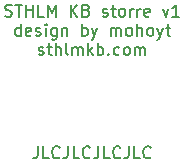
<source format=gto>
G04 #@! TF.GenerationSoftware,KiCad,Pcbnew,7.0.2-0*
G04 #@! TF.CreationDate,2023-09-13T20:40:25+02:00*
G04 #@! TF.ProjectId,storre_base,73746f72-7265-45f6-9261-73652e6b6963,rev?*
G04 #@! TF.SameCoordinates,Original*
G04 #@! TF.FileFunction,Legend,Top*
G04 #@! TF.FilePolarity,Positive*
%FSLAX46Y46*%
G04 Gerber Fmt 4.6, Leading zero omitted, Abs format (unit mm)*
G04 Created by KiCad (PCBNEW 7.0.2-0) date 2023-09-13 20:40:25*
%MOMM*%
%LPD*%
G01*
G04 APERTURE LIST*
%ADD10C,0.150000*%
%ADD11C,2.200000*%
G04 APERTURE END LIST*
D10*
X203093451Y-162632219D02*
X203093451Y-163346504D01*
X203093451Y-163346504D02*
X203045832Y-163489361D01*
X203045832Y-163489361D02*
X202950594Y-163584600D01*
X202950594Y-163584600D02*
X202807737Y-163632219D01*
X202807737Y-163632219D02*
X202712499Y-163632219D01*
X204045832Y-163632219D02*
X203569642Y-163632219D01*
X203569642Y-163632219D02*
X203569642Y-162632219D01*
X204950594Y-163536980D02*
X204902975Y-163584600D01*
X204902975Y-163584600D02*
X204760118Y-163632219D01*
X204760118Y-163632219D02*
X204664880Y-163632219D01*
X204664880Y-163632219D02*
X204522023Y-163584600D01*
X204522023Y-163584600D02*
X204426785Y-163489361D01*
X204426785Y-163489361D02*
X204379166Y-163394123D01*
X204379166Y-163394123D02*
X204331547Y-163203647D01*
X204331547Y-163203647D02*
X204331547Y-163060790D01*
X204331547Y-163060790D02*
X204379166Y-162870314D01*
X204379166Y-162870314D02*
X204426785Y-162775076D01*
X204426785Y-162775076D02*
X204522023Y-162679838D01*
X204522023Y-162679838D02*
X204664880Y-162632219D01*
X204664880Y-162632219D02*
X204760118Y-162632219D01*
X204760118Y-162632219D02*
X204902975Y-162679838D01*
X204902975Y-162679838D02*
X204950594Y-162727457D01*
X205664880Y-162632219D02*
X205664880Y-163346504D01*
X205664880Y-163346504D02*
X205617261Y-163489361D01*
X205617261Y-163489361D02*
X205522023Y-163584600D01*
X205522023Y-163584600D02*
X205379166Y-163632219D01*
X205379166Y-163632219D02*
X205283928Y-163632219D01*
X206617261Y-163632219D02*
X206141071Y-163632219D01*
X206141071Y-163632219D02*
X206141071Y-162632219D01*
X207522023Y-163536980D02*
X207474404Y-163584600D01*
X207474404Y-163584600D02*
X207331547Y-163632219D01*
X207331547Y-163632219D02*
X207236309Y-163632219D01*
X207236309Y-163632219D02*
X207093452Y-163584600D01*
X207093452Y-163584600D02*
X206998214Y-163489361D01*
X206998214Y-163489361D02*
X206950595Y-163394123D01*
X206950595Y-163394123D02*
X206902976Y-163203647D01*
X206902976Y-163203647D02*
X206902976Y-163060790D01*
X206902976Y-163060790D02*
X206950595Y-162870314D01*
X206950595Y-162870314D02*
X206998214Y-162775076D01*
X206998214Y-162775076D02*
X207093452Y-162679838D01*
X207093452Y-162679838D02*
X207236309Y-162632219D01*
X207236309Y-162632219D02*
X207331547Y-162632219D01*
X207331547Y-162632219D02*
X207474404Y-162679838D01*
X207474404Y-162679838D02*
X207522023Y-162727457D01*
X208236309Y-162632219D02*
X208236309Y-163346504D01*
X208236309Y-163346504D02*
X208188690Y-163489361D01*
X208188690Y-163489361D02*
X208093452Y-163584600D01*
X208093452Y-163584600D02*
X207950595Y-163632219D01*
X207950595Y-163632219D02*
X207855357Y-163632219D01*
X209188690Y-163632219D02*
X208712500Y-163632219D01*
X208712500Y-163632219D02*
X208712500Y-162632219D01*
X210093452Y-163536980D02*
X210045833Y-163584600D01*
X210045833Y-163584600D02*
X209902976Y-163632219D01*
X209902976Y-163632219D02*
X209807738Y-163632219D01*
X209807738Y-163632219D02*
X209664881Y-163584600D01*
X209664881Y-163584600D02*
X209569643Y-163489361D01*
X209569643Y-163489361D02*
X209522024Y-163394123D01*
X209522024Y-163394123D02*
X209474405Y-163203647D01*
X209474405Y-163203647D02*
X209474405Y-163060790D01*
X209474405Y-163060790D02*
X209522024Y-162870314D01*
X209522024Y-162870314D02*
X209569643Y-162775076D01*
X209569643Y-162775076D02*
X209664881Y-162679838D01*
X209664881Y-162679838D02*
X209807738Y-162632219D01*
X209807738Y-162632219D02*
X209902976Y-162632219D01*
X209902976Y-162632219D02*
X210045833Y-162679838D01*
X210045833Y-162679838D02*
X210093452Y-162727457D01*
X210807738Y-162632219D02*
X210807738Y-163346504D01*
X210807738Y-163346504D02*
X210760119Y-163489361D01*
X210760119Y-163489361D02*
X210664881Y-163584600D01*
X210664881Y-163584600D02*
X210522024Y-163632219D01*
X210522024Y-163632219D02*
X210426786Y-163632219D01*
X211760119Y-163632219D02*
X211283929Y-163632219D01*
X211283929Y-163632219D02*
X211283929Y-162632219D01*
X212664881Y-163536980D02*
X212617262Y-163584600D01*
X212617262Y-163584600D02*
X212474405Y-163632219D01*
X212474405Y-163632219D02*
X212379167Y-163632219D01*
X212379167Y-163632219D02*
X212236310Y-163584600D01*
X212236310Y-163584600D02*
X212141072Y-163489361D01*
X212141072Y-163489361D02*
X212093453Y-163394123D01*
X212093453Y-163394123D02*
X212045834Y-163203647D01*
X212045834Y-163203647D02*
X212045834Y-163060790D01*
X212045834Y-163060790D02*
X212093453Y-162870314D01*
X212093453Y-162870314D02*
X212141072Y-162775076D01*
X212141072Y-162775076D02*
X212236310Y-162679838D01*
X212236310Y-162679838D02*
X212379167Y-162632219D01*
X212379167Y-162632219D02*
X212474405Y-162632219D01*
X212474405Y-162632219D02*
X212617262Y-162679838D01*
X212617262Y-162679838D02*
X212664881Y-162727457D01*
X200355356Y-151595000D02*
X200498213Y-151642619D01*
X200498213Y-151642619D02*
X200736308Y-151642619D01*
X200736308Y-151642619D02*
X200831546Y-151595000D01*
X200831546Y-151595000D02*
X200879165Y-151547380D01*
X200879165Y-151547380D02*
X200926784Y-151452142D01*
X200926784Y-151452142D02*
X200926784Y-151356904D01*
X200926784Y-151356904D02*
X200879165Y-151261666D01*
X200879165Y-151261666D02*
X200831546Y-151214047D01*
X200831546Y-151214047D02*
X200736308Y-151166428D01*
X200736308Y-151166428D02*
X200545832Y-151118809D01*
X200545832Y-151118809D02*
X200450594Y-151071190D01*
X200450594Y-151071190D02*
X200402975Y-151023571D01*
X200402975Y-151023571D02*
X200355356Y-150928333D01*
X200355356Y-150928333D02*
X200355356Y-150833095D01*
X200355356Y-150833095D02*
X200402975Y-150737857D01*
X200402975Y-150737857D02*
X200450594Y-150690238D01*
X200450594Y-150690238D02*
X200545832Y-150642619D01*
X200545832Y-150642619D02*
X200783927Y-150642619D01*
X200783927Y-150642619D02*
X200926784Y-150690238D01*
X201212499Y-150642619D02*
X201783927Y-150642619D01*
X201498213Y-151642619D02*
X201498213Y-150642619D01*
X202117261Y-151642619D02*
X202117261Y-150642619D01*
X202117261Y-151118809D02*
X202688689Y-151118809D01*
X202688689Y-151642619D02*
X202688689Y-150642619D01*
X203641070Y-151642619D02*
X203164880Y-151642619D01*
X203164880Y-151642619D02*
X203164880Y-150642619D01*
X203974404Y-151642619D02*
X203974404Y-150642619D01*
X203974404Y-150642619D02*
X204307737Y-151356904D01*
X204307737Y-151356904D02*
X204641070Y-150642619D01*
X204641070Y-150642619D02*
X204641070Y-151642619D01*
X205879166Y-151642619D02*
X205879166Y-150642619D01*
X206450594Y-151642619D02*
X206022023Y-151071190D01*
X206450594Y-150642619D02*
X205879166Y-151214047D01*
X207212499Y-151118809D02*
X207355356Y-151166428D01*
X207355356Y-151166428D02*
X207402975Y-151214047D01*
X207402975Y-151214047D02*
X207450594Y-151309285D01*
X207450594Y-151309285D02*
X207450594Y-151452142D01*
X207450594Y-151452142D02*
X207402975Y-151547380D01*
X207402975Y-151547380D02*
X207355356Y-151595000D01*
X207355356Y-151595000D02*
X207260118Y-151642619D01*
X207260118Y-151642619D02*
X206879166Y-151642619D01*
X206879166Y-151642619D02*
X206879166Y-150642619D01*
X206879166Y-150642619D02*
X207212499Y-150642619D01*
X207212499Y-150642619D02*
X207307737Y-150690238D01*
X207307737Y-150690238D02*
X207355356Y-150737857D01*
X207355356Y-150737857D02*
X207402975Y-150833095D01*
X207402975Y-150833095D02*
X207402975Y-150928333D01*
X207402975Y-150928333D02*
X207355356Y-151023571D01*
X207355356Y-151023571D02*
X207307737Y-151071190D01*
X207307737Y-151071190D02*
X207212499Y-151118809D01*
X207212499Y-151118809D02*
X206879166Y-151118809D01*
X208593452Y-151595000D02*
X208688690Y-151642619D01*
X208688690Y-151642619D02*
X208879166Y-151642619D01*
X208879166Y-151642619D02*
X208974404Y-151595000D01*
X208974404Y-151595000D02*
X209022023Y-151499761D01*
X209022023Y-151499761D02*
X209022023Y-151452142D01*
X209022023Y-151452142D02*
X208974404Y-151356904D01*
X208974404Y-151356904D02*
X208879166Y-151309285D01*
X208879166Y-151309285D02*
X208736309Y-151309285D01*
X208736309Y-151309285D02*
X208641071Y-151261666D01*
X208641071Y-151261666D02*
X208593452Y-151166428D01*
X208593452Y-151166428D02*
X208593452Y-151118809D01*
X208593452Y-151118809D02*
X208641071Y-151023571D01*
X208641071Y-151023571D02*
X208736309Y-150975952D01*
X208736309Y-150975952D02*
X208879166Y-150975952D01*
X208879166Y-150975952D02*
X208974404Y-151023571D01*
X209307738Y-150975952D02*
X209688690Y-150975952D01*
X209450595Y-150642619D02*
X209450595Y-151499761D01*
X209450595Y-151499761D02*
X209498214Y-151595000D01*
X209498214Y-151595000D02*
X209593452Y-151642619D01*
X209593452Y-151642619D02*
X209688690Y-151642619D01*
X210164881Y-151642619D02*
X210069643Y-151595000D01*
X210069643Y-151595000D02*
X210022024Y-151547380D01*
X210022024Y-151547380D02*
X209974405Y-151452142D01*
X209974405Y-151452142D02*
X209974405Y-151166428D01*
X209974405Y-151166428D02*
X210022024Y-151071190D01*
X210022024Y-151071190D02*
X210069643Y-151023571D01*
X210069643Y-151023571D02*
X210164881Y-150975952D01*
X210164881Y-150975952D02*
X210307738Y-150975952D01*
X210307738Y-150975952D02*
X210402976Y-151023571D01*
X210402976Y-151023571D02*
X210450595Y-151071190D01*
X210450595Y-151071190D02*
X210498214Y-151166428D01*
X210498214Y-151166428D02*
X210498214Y-151452142D01*
X210498214Y-151452142D02*
X210450595Y-151547380D01*
X210450595Y-151547380D02*
X210402976Y-151595000D01*
X210402976Y-151595000D02*
X210307738Y-151642619D01*
X210307738Y-151642619D02*
X210164881Y-151642619D01*
X210926786Y-151642619D02*
X210926786Y-150975952D01*
X210926786Y-151166428D02*
X210974405Y-151071190D01*
X210974405Y-151071190D02*
X211022024Y-151023571D01*
X211022024Y-151023571D02*
X211117262Y-150975952D01*
X211117262Y-150975952D02*
X211212500Y-150975952D01*
X211545834Y-151642619D02*
X211545834Y-150975952D01*
X211545834Y-151166428D02*
X211593453Y-151071190D01*
X211593453Y-151071190D02*
X211641072Y-151023571D01*
X211641072Y-151023571D02*
X211736310Y-150975952D01*
X211736310Y-150975952D02*
X211831548Y-150975952D01*
X212545834Y-151595000D02*
X212450596Y-151642619D01*
X212450596Y-151642619D02*
X212260120Y-151642619D01*
X212260120Y-151642619D02*
X212164882Y-151595000D01*
X212164882Y-151595000D02*
X212117263Y-151499761D01*
X212117263Y-151499761D02*
X212117263Y-151118809D01*
X212117263Y-151118809D02*
X212164882Y-151023571D01*
X212164882Y-151023571D02*
X212260120Y-150975952D01*
X212260120Y-150975952D02*
X212450596Y-150975952D01*
X212450596Y-150975952D02*
X212545834Y-151023571D01*
X212545834Y-151023571D02*
X212593453Y-151118809D01*
X212593453Y-151118809D02*
X212593453Y-151214047D01*
X212593453Y-151214047D02*
X212117263Y-151309285D01*
X213688692Y-150975952D02*
X213926787Y-151642619D01*
X213926787Y-151642619D02*
X214164882Y-150975952D01*
X215069644Y-151642619D02*
X214498216Y-151642619D01*
X214783930Y-151642619D02*
X214783930Y-150642619D01*
X214783930Y-150642619D02*
X214688692Y-150785476D01*
X214688692Y-150785476D02*
X214593454Y-150880714D01*
X214593454Y-150880714D02*
X214498216Y-150928333D01*
X201664880Y-153262619D02*
X201664880Y-152262619D01*
X201664880Y-153215000D02*
X201569642Y-153262619D01*
X201569642Y-153262619D02*
X201379166Y-153262619D01*
X201379166Y-153262619D02*
X201283928Y-153215000D01*
X201283928Y-153215000D02*
X201236309Y-153167380D01*
X201236309Y-153167380D02*
X201188690Y-153072142D01*
X201188690Y-153072142D02*
X201188690Y-152786428D01*
X201188690Y-152786428D02*
X201236309Y-152691190D01*
X201236309Y-152691190D02*
X201283928Y-152643571D01*
X201283928Y-152643571D02*
X201379166Y-152595952D01*
X201379166Y-152595952D02*
X201569642Y-152595952D01*
X201569642Y-152595952D02*
X201664880Y-152643571D01*
X202522023Y-153215000D02*
X202426785Y-153262619D01*
X202426785Y-153262619D02*
X202236309Y-153262619D01*
X202236309Y-153262619D02*
X202141071Y-153215000D01*
X202141071Y-153215000D02*
X202093452Y-153119761D01*
X202093452Y-153119761D02*
X202093452Y-152738809D01*
X202093452Y-152738809D02*
X202141071Y-152643571D01*
X202141071Y-152643571D02*
X202236309Y-152595952D01*
X202236309Y-152595952D02*
X202426785Y-152595952D01*
X202426785Y-152595952D02*
X202522023Y-152643571D01*
X202522023Y-152643571D02*
X202569642Y-152738809D01*
X202569642Y-152738809D02*
X202569642Y-152834047D01*
X202569642Y-152834047D02*
X202093452Y-152929285D01*
X202950595Y-153215000D02*
X203045833Y-153262619D01*
X203045833Y-153262619D02*
X203236309Y-153262619D01*
X203236309Y-153262619D02*
X203331547Y-153215000D01*
X203331547Y-153215000D02*
X203379166Y-153119761D01*
X203379166Y-153119761D02*
X203379166Y-153072142D01*
X203379166Y-153072142D02*
X203331547Y-152976904D01*
X203331547Y-152976904D02*
X203236309Y-152929285D01*
X203236309Y-152929285D02*
X203093452Y-152929285D01*
X203093452Y-152929285D02*
X202998214Y-152881666D01*
X202998214Y-152881666D02*
X202950595Y-152786428D01*
X202950595Y-152786428D02*
X202950595Y-152738809D01*
X202950595Y-152738809D02*
X202998214Y-152643571D01*
X202998214Y-152643571D02*
X203093452Y-152595952D01*
X203093452Y-152595952D02*
X203236309Y-152595952D01*
X203236309Y-152595952D02*
X203331547Y-152643571D01*
X203807738Y-153262619D02*
X203807738Y-152595952D01*
X203807738Y-152262619D02*
X203760119Y-152310238D01*
X203760119Y-152310238D02*
X203807738Y-152357857D01*
X203807738Y-152357857D02*
X203855357Y-152310238D01*
X203855357Y-152310238D02*
X203807738Y-152262619D01*
X203807738Y-152262619D02*
X203807738Y-152357857D01*
X204712499Y-152595952D02*
X204712499Y-153405476D01*
X204712499Y-153405476D02*
X204664880Y-153500714D01*
X204664880Y-153500714D02*
X204617261Y-153548333D01*
X204617261Y-153548333D02*
X204522023Y-153595952D01*
X204522023Y-153595952D02*
X204379166Y-153595952D01*
X204379166Y-153595952D02*
X204283928Y-153548333D01*
X204712499Y-153215000D02*
X204617261Y-153262619D01*
X204617261Y-153262619D02*
X204426785Y-153262619D01*
X204426785Y-153262619D02*
X204331547Y-153215000D01*
X204331547Y-153215000D02*
X204283928Y-153167380D01*
X204283928Y-153167380D02*
X204236309Y-153072142D01*
X204236309Y-153072142D02*
X204236309Y-152786428D01*
X204236309Y-152786428D02*
X204283928Y-152691190D01*
X204283928Y-152691190D02*
X204331547Y-152643571D01*
X204331547Y-152643571D02*
X204426785Y-152595952D01*
X204426785Y-152595952D02*
X204617261Y-152595952D01*
X204617261Y-152595952D02*
X204712499Y-152643571D01*
X205188690Y-152595952D02*
X205188690Y-153262619D01*
X205188690Y-152691190D02*
X205236309Y-152643571D01*
X205236309Y-152643571D02*
X205331547Y-152595952D01*
X205331547Y-152595952D02*
X205474404Y-152595952D01*
X205474404Y-152595952D02*
X205569642Y-152643571D01*
X205569642Y-152643571D02*
X205617261Y-152738809D01*
X205617261Y-152738809D02*
X205617261Y-153262619D01*
X206855357Y-153262619D02*
X206855357Y-152262619D01*
X206855357Y-152643571D02*
X206950595Y-152595952D01*
X206950595Y-152595952D02*
X207141071Y-152595952D01*
X207141071Y-152595952D02*
X207236309Y-152643571D01*
X207236309Y-152643571D02*
X207283928Y-152691190D01*
X207283928Y-152691190D02*
X207331547Y-152786428D01*
X207331547Y-152786428D02*
X207331547Y-153072142D01*
X207331547Y-153072142D02*
X207283928Y-153167380D01*
X207283928Y-153167380D02*
X207236309Y-153215000D01*
X207236309Y-153215000D02*
X207141071Y-153262619D01*
X207141071Y-153262619D02*
X206950595Y-153262619D01*
X206950595Y-153262619D02*
X206855357Y-153215000D01*
X207664881Y-152595952D02*
X207902976Y-153262619D01*
X208141071Y-152595952D02*
X207902976Y-153262619D01*
X207902976Y-153262619D02*
X207807738Y-153500714D01*
X207807738Y-153500714D02*
X207760119Y-153548333D01*
X207760119Y-153548333D02*
X207664881Y-153595952D01*
X209283929Y-153262619D02*
X209283929Y-152595952D01*
X209283929Y-152691190D02*
X209331548Y-152643571D01*
X209331548Y-152643571D02*
X209426786Y-152595952D01*
X209426786Y-152595952D02*
X209569643Y-152595952D01*
X209569643Y-152595952D02*
X209664881Y-152643571D01*
X209664881Y-152643571D02*
X209712500Y-152738809D01*
X209712500Y-152738809D02*
X209712500Y-153262619D01*
X209712500Y-152738809D02*
X209760119Y-152643571D01*
X209760119Y-152643571D02*
X209855357Y-152595952D01*
X209855357Y-152595952D02*
X209998214Y-152595952D01*
X209998214Y-152595952D02*
X210093453Y-152643571D01*
X210093453Y-152643571D02*
X210141072Y-152738809D01*
X210141072Y-152738809D02*
X210141072Y-153262619D01*
X210760119Y-153262619D02*
X210664881Y-153215000D01*
X210664881Y-153215000D02*
X210617262Y-153167380D01*
X210617262Y-153167380D02*
X210569643Y-153072142D01*
X210569643Y-153072142D02*
X210569643Y-152786428D01*
X210569643Y-152786428D02*
X210617262Y-152691190D01*
X210617262Y-152691190D02*
X210664881Y-152643571D01*
X210664881Y-152643571D02*
X210760119Y-152595952D01*
X210760119Y-152595952D02*
X210902976Y-152595952D01*
X210902976Y-152595952D02*
X210998214Y-152643571D01*
X210998214Y-152643571D02*
X211045833Y-152691190D01*
X211045833Y-152691190D02*
X211093452Y-152786428D01*
X211093452Y-152786428D02*
X211093452Y-153072142D01*
X211093452Y-153072142D02*
X211045833Y-153167380D01*
X211045833Y-153167380D02*
X210998214Y-153215000D01*
X210998214Y-153215000D02*
X210902976Y-153262619D01*
X210902976Y-153262619D02*
X210760119Y-153262619D01*
X211522024Y-153262619D02*
X211522024Y-152262619D01*
X211950595Y-153262619D02*
X211950595Y-152738809D01*
X211950595Y-152738809D02*
X211902976Y-152643571D01*
X211902976Y-152643571D02*
X211807738Y-152595952D01*
X211807738Y-152595952D02*
X211664881Y-152595952D01*
X211664881Y-152595952D02*
X211569643Y-152643571D01*
X211569643Y-152643571D02*
X211522024Y-152691190D01*
X212569643Y-153262619D02*
X212474405Y-153215000D01*
X212474405Y-153215000D02*
X212426786Y-153167380D01*
X212426786Y-153167380D02*
X212379167Y-153072142D01*
X212379167Y-153072142D02*
X212379167Y-152786428D01*
X212379167Y-152786428D02*
X212426786Y-152691190D01*
X212426786Y-152691190D02*
X212474405Y-152643571D01*
X212474405Y-152643571D02*
X212569643Y-152595952D01*
X212569643Y-152595952D02*
X212712500Y-152595952D01*
X212712500Y-152595952D02*
X212807738Y-152643571D01*
X212807738Y-152643571D02*
X212855357Y-152691190D01*
X212855357Y-152691190D02*
X212902976Y-152786428D01*
X212902976Y-152786428D02*
X212902976Y-153072142D01*
X212902976Y-153072142D02*
X212855357Y-153167380D01*
X212855357Y-153167380D02*
X212807738Y-153215000D01*
X212807738Y-153215000D02*
X212712500Y-153262619D01*
X212712500Y-153262619D02*
X212569643Y-153262619D01*
X213236310Y-152595952D02*
X213474405Y-153262619D01*
X213712500Y-152595952D02*
X213474405Y-153262619D01*
X213474405Y-153262619D02*
X213379167Y-153500714D01*
X213379167Y-153500714D02*
X213331548Y-153548333D01*
X213331548Y-153548333D02*
X213236310Y-153595952D01*
X213950596Y-152595952D02*
X214331548Y-152595952D01*
X214093453Y-152262619D02*
X214093453Y-153119761D01*
X214093453Y-153119761D02*
X214141072Y-153215000D01*
X214141072Y-153215000D02*
X214236310Y-153262619D01*
X214236310Y-153262619D02*
X214331548Y-153262619D01*
X203188690Y-154835000D02*
X203283928Y-154882619D01*
X203283928Y-154882619D02*
X203474404Y-154882619D01*
X203474404Y-154882619D02*
X203569642Y-154835000D01*
X203569642Y-154835000D02*
X203617261Y-154739761D01*
X203617261Y-154739761D02*
X203617261Y-154692142D01*
X203617261Y-154692142D02*
X203569642Y-154596904D01*
X203569642Y-154596904D02*
X203474404Y-154549285D01*
X203474404Y-154549285D02*
X203331547Y-154549285D01*
X203331547Y-154549285D02*
X203236309Y-154501666D01*
X203236309Y-154501666D02*
X203188690Y-154406428D01*
X203188690Y-154406428D02*
X203188690Y-154358809D01*
X203188690Y-154358809D02*
X203236309Y-154263571D01*
X203236309Y-154263571D02*
X203331547Y-154215952D01*
X203331547Y-154215952D02*
X203474404Y-154215952D01*
X203474404Y-154215952D02*
X203569642Y-154263571D01*
X203902976Y-154215952D02*
X204283928Y-154215952D01*
X204045833Y-153882619D02*
X204045833Y-154739761D01*
X204045833Y-154739761D02*
X204093452Y-154835000D01*
X204093452Y-154835000D02*
X204188690Y-154882619D01*
X204188690Y-154882619D02*
X204283928Y-154882619D01*
X204617262Y-154882619D02*
X204617262Y-153882619D01*
X205045833Y-154882619D02*
X205045833Y-154358809D01*
X205045833Y-154358809D02*
X204998214Y-154263571D01*
X204998214Y-154263571D02*
X204902976Y-154215952D01*
X204902976Y-154215952D02*
X204760119Y-154215952D01*
X204760119Y-154215952D02*
X204664881Y-154263571D01*
X204664881Y-154263571D02*
X204617262Y-154311190D01*
X205664881Y-154882619D02*
X205569643Y-154835000D01*
X205569643Y-154835000D02*
X205522024Y-154739761D01*
X205522024Y-154739761D02*
X205522024Y-153882619D01*
X206045834Y-154882619D02*
X206045834Y-154215952D01*
X206045834Y-154311190D02*
X206093453Y-154263571D01*
X206093453Y-154263571D02*
X206188691Y-154215952D01*
X206188691Y-154215952D02*
X206331548Y-154215952D01*
X206331548Y-154215952D02*
X206426786Y-154263571D01*
X206426786Y-154263571D02*
X206474405Y-154358809D01*
X206474405Y-154358809D02*
X206474405Y-154882619D01*
X206474405Y-154358809D02*
X206522024Y-154263571D01*
X206522024Y-154263571D02*
X206617262Y-154215952D01*
X206617262Y-154215952D02*
X206760119Y-154215952D01*
X206760119Y-154215952D02*
X206855358Y-154263571D01*
X206855358Y-154263571D02*
X206902977Y-154358809D01*
X206902977Y-154358809D02*
X206902977Y-154882619D01*
X207379167Y-154882619D02*
X207379167Y-153882619D01*
X207474405Y-154501666D02*
X207760119Y-154882619D01*
X207760119Y-154215952D02*
X207379167Y-154596904D01*
X208188691Y-154882619D02*
X208188691Y-153882619D01*
X208188691Y-154263571D02*
X208283929Y-154215952D01*
X208283929Y-154215952D02*
X208474405Y-154215952D01*
X208474405Y-154215952D02*
X208569643Y-154263571D01*
X208569643Y-154263571D02*
X208617262Y-154311190D01*
X208617262Y-154311190D02*
X208664881Y-154406428D01*
X208664881Y-154406428D02*
X208664881Y-154692142D01*
X208664881Y-154692142D02*
X208617262Y-154787380D01*
X208617262Y-154787380D02*
X208569643Y-154835000D01*
X208569643Y-154835000D02*
X208474405Y-154882619D01*
X208474405Y-154882619D02*
X208283929Y-154882619D01*
X208283929Y-154882619D02*
X208188691Y-154835000D01*
X209093453Y-154787380D02*
X209141072Y-154835000D01*
X209141072Y-154835000D02*
X209093453Y-154882619D01*
X209093453Y-154882619D02*
X209045834Y-154835000D01*
X209045834Y-154835000D02*
X209093453Y-154787380D01*
X209093453Y-154787380D02*
X209093453Y-154882619D01*
X209998214Y-154835000D02*
X209902976Y-154882619D01*
X209902976Y-154882619D02*
X209712500Y-154882619D01*
X209712500Y-154882619D02*
X209617262Y-154835000D01*
X209617262Y-154835000D02*
X209569643Y-154787380D01*
X209569643Y-154787380D02*
X209522024Y-154692142D01*
X209522024Y-154692142D02*
X209522024Y-154406428D01*
X209522024Y-154406428D02*
X209569643Y-154311190D01*
X209569643Y-154311190D02*
X209617262Y-154263571D01*
X209617262Y-154263571D02*
X209712500Y-154215952D01*
X209712500Y-154215952D02*
X209902976Y-154215952D01*
X209902976Y-154215952D02*
X209998214Y-154263571D01*
X210569643Y-154882619D02*
X210474405Y-154835000D01*
X210474405Y-154835000D02*
X210426786Y-154787380D01*
X210426786Y-154787380D02*
X210379167Y-154692142D01*
X210379167Y-154692142D02*
X210379167Y-154406428D01*
X210379167Y-154406428D02*
X210426786Y-154311190D01*
X210426786Y-154311190D02*
X210474405Y-154263571D01*
X210474405Y-154263571D02*
X210569643Y-154215952D01*
X210569643Y-154215952D02*
X210712500Y-154215952D01*
X210712500Y-154215952D02*
X210807738Y-154263571D01*
X210807738Y-154263571D02*
X210855357Y-154311190D01*
X210855357Y-154311190D02*
X210902976Y-154406428D01*
X210902976Y-154406428D02*
X210902976Y-154692142D01*
X210902976Y-154692142D02*
X210855357Y-154787380D01*
X210855357Y-154787380D02*
X210807738Y-154835000D01*
X210807738Y-154835000D02*
X210712500Y-154882619D01*
X210712500Y-154882619D02*
X210569643Y-154882619D01*
X211331548Y-154882619D02*
X211331548Y-154215952D01*
X211331548Y-154311190D02*
X211379167Y-154263571D01*
X211379167Y-154263571D02*
X211474405Y-154215952D01*
X211474405Y-154215952D02*
X211617262Y-154215952D01*
X211617262Y-154215952D02*
X211712500Y-154263571D01*
X211712500Y-154263571D02*
X211760119Y-154358809D01*
X211760119Y-154358809D02*
X211760119Y-154882619D01*
X211760119Y-154358809D02*
X211807738Y-154263571D01*
X211807738Y-154263571D02*
X211902976Y-154215952D01*
X211902976Y-154215952D02*
X212045833Y-154215952D01*
X212045833Y-154215952D02*
X212141072Y-154263571D01*
X212141072Y-154263571D02*
X212188691Y-154358809D01*
X212188691Y-154358809D02*
X212188691Y-154882619D01*
%LPC*%
D11*
X52525100Y-127837800D03*
X362900100Y-127837800D03*
X52525100Y-186225800D03*
X362900100Y-186225800D03*
X362900100Y-69450050D03*
X131312600Y-186225800D03*
X52525100Y-186225800D03*
X52525100Y-69450050D03*
X284112600Y-186225800D03*
X207712600Y-186225800D03*
X52525100Y-69450050D03*
%LPD*%
M02*

</source>
